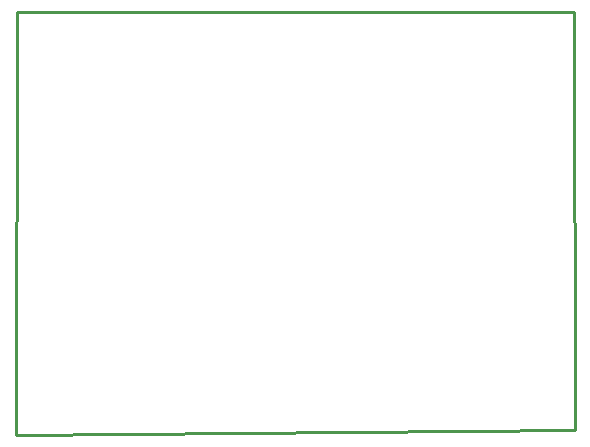
<source format=gko>
G04 Layer: BoardOutlineLayer*
G04 EasyEDA v6.5.40, 2024-04-09 13:00:43*
G04 4fed56741cb74346b3e77f28756fcebd,df7e7e3c38a3447abd37b529b333d242,10*
G04 Gerber Generator version 0.2*
G04 Scale: 100 percent, Rotated: No, Reflected: No *
G04 Dimensions in millimeters *
G04 leading zeros omitted , absolute positions ,4 integer and 5 decimal *
%FSLAX45Y45*%
%MOMM*%

%ADD10C,0.2540*%
D10*
X1028700Y9639300D02*
G01*
X5740400Y9639300D01*
X5753100Y6100063D01*
X1016000Y6057900D01*
X1028700Y9639300D01*

%LPD*%
M02*

</source>
